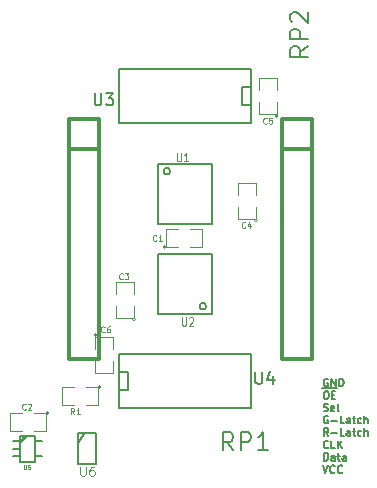
<source format=gto>
G04 (created by PCBNEW (2013-07-07 BZR 4022)-stable) date 04/05/2015 22:03:08*
%MOIN*%
G04 Gerber Fmt 3.4, Leading zero omitted, Abs format*
%FSLAX34Y34*%
G01*
G70*
G90*
G04 APERTURE LIST*
%ADD10C,0.00590551*%
%ADD11C,0.00625*%
%ADD12C,0.005*%
%ADD13C,0.008*%
%ADD14C,0.0039*%
%ADD15C,0.012*%
%ADD16C,0.0024*%
%ADD17C,0.0047*%
%ADD18C,0.003*%
%ADD19C,0.0043*%
G04 APERTURE END LIST*
G54D10*
G54D11*
X54770Y-54683D02*
X54746Y-54671D01*
X54710Y-54671D01*
X54675Y-54683D01*
X54651Y-54706D01*
X54639Y-54730D01*
X54627Y-54778D01*
X54627Y-54814D01*
X54639Y-54861D01*
X54651Y-54885D01*
X54675Y-54909D01*
X54710Y-54921D01*
X54734Y-54921D01*
X54770Y-54909D01*
X54782Y-54897D01*
X54782Y-54814D01*
X54734Y-54814D01*
X54889Y-54921D02*
X54889Y-54671D01*
X55032Y-54921D01*
X55032Y-54671D01*
X55151Y-54921D02*
X55151Y-54671D01*
X55210Y-54671D01*
X55246Y-54683D01*
X55270Y-54706D01*
X55282Y-54730D01*
X55294Y-54778D01*
X55294Y-54814D01*
X55282Y-54861D01*
X55270Y-54885D01*
X55246Y-54909D01*
X55210Y-54921D01*
X55151Y-54921D01*
X54687Y-55083D02*
X54734Y-55083D01*
X54758Y-55095D01*
X54782Y-55119D01*
X54794Y-55167D01*
X54794Y-55250D01*
X54782Y-55297D01*
X54758Y-55321D01*
X54734Y-55333D01*
X54687Y-55333D01*
X54663Y-55321D01*
X54639Y-55297D01*
X54627Y-55250D01*
X54627Y-55167D01*
X54639Y-55119D01*
X54663Y-55095D01*
X54687Y-55083D01*
X54901Y-55202D02*
X54984Y-55202D01*
X55020Y-55333D02*
X54901Y-55333D01*
X54901Y-55083D01*
X55020Y-55083D01*
X54580Y-54988D02*
X55068Y-54988D01*
X54627Y-55734D02*
X54663Y-55746D01*
X54722Y-55746D01*
X54746Y-55734D01*
X54758Y-55722D01*
X54770Y-55698D01*
X54770Y-55674D01*
X54758Y-55650D01*
X54746Y-55639D01*
X54722Y-55627D01*
X54675Y-55615D01*
X54651Y-55603D01*
X54639Y-55591D01*
X54627Y-55567D01*
X54627Y-55543D01*
X54639Y-55520D01*
X54651Y-55508D01*
X54675Y-55496D01*
X54734Y-55496D01*
X54770Y-55508D01*
X54972Y-55734D02*
X54949Y-55746D01*
X54901Y-55746D01*
X54877Y-55734D01*
X54865Y-55710D01*
X54865Y-55615D01*
X54877Y-55591D01*
X54901Y-55579D01*
X54949Y-55579D01*
X54972Y-55591D01*
X54984Y-55615D01*
X54984Y-55639D01*
X54865Y-55662D01*
X55127Y-55746D02*
X55103Y-55734D01*
X55091Y-55710D01*
X55091Y-55496D01*
X54770Y-55920D02*
X54746Y-55908D01*
X54710Y-55908D01*
X54675Y-55920D01*
X54651Y-55944D01*
X54639Y-55968D01*
X54627Y-56015D01*
X54627Y-56051D01*
X54639Y-56099D01*
X54651Y-56122D01*
X54675Y-56146D01*
X54710Y-56158D01*
X54734Y-56158D01*
X54770Y-56146D01*
X54782Y-56134D01*
X54782Y-56051D01*
X54734Y-56051D01*
X54889Y-56063D02*
X55080Y-56063D01*
X55318Y-56158D02*
X55199Y-56158D01*
X55199Y-55908D01*
X55508Y-56158D02*
X55508Y-56027D01*
X55496Y-56003D01*
X55472Y-55992D01*
X55425Y-55992D01*
X55401Y-56003D01*
X55508Y-56146D02*
X55484Y-56158D01*
X55425Y-56158D01*
X55401Y-56146D01*
X55389Y-56122D01*
X55389Y-56099D01*
X55401Y-56075D01*
X55425Y-56063D01*
X55484Y-56063D01*
X55508Y-56051D01*
X55591Y-55992D02*
X55687Y-55992D01*
X55627Y-55908D02*
X55627Y-56122D01*
X55639Y-56146D01*
X55663Y-56158D01*
X55687Y-56158D01*
X55877Y-56146D02*
X55853Y-56158D01*
X55806Y-56158D01*
X55782Y-56146D01*
X55770Y-56134D01*
X55758Y-56111D01*
X55758Y-56039D01*
X55770Y-56015D01*
X55782Y-56003D01*
X55806Y-55992D01*
X55853Y-55992D01*
X55877Y-56003D01*
X55984Y-56158D02*
X55984Y-55908D01*
X56091Y-56158D02*
X56091Y-56027D01*
X56080Y-56003D01*
X56056Y-55992D01*
X56020Y-55992D01*
X55996Y-56003D01*
X55984Y-56015D01*
X54782Y-56571D02*
X54699Y-56452D01*
X54639Y-56571D02*
X54639Y-56321D01*
X54734Y-56321D01*
X54758Y-56333D01*
X54770Y-56345D01*
X54782Y-56368D01*
X54782Y-56404D01*
X54770Y-56428D01*
X54758Y-56440D01*
X54734Y-56452D01*
X54639Y-56452D01*
X54889Y-56475D02*
X55080Y-56475D01*
X55318Y-56571D02*
X55199Y-56571D01*
X55199Y-56321D01*
X55508Y-56571D02*
X55508Y-56440D01*
X55496Y-56416D01*
X55472Y-56404D01*
X55425Y-56404D01*
X55401Y-56416D01*
X55508Y-56559D02*
X55484Y-56571D01*
X55425Y-56571D01*
X55401Y-56559D01*
X55389Y-56535D01*
X55389Y-56511D01*
X55401Y-56487D01*
X55425Y-56475D01*
X55484Y-56475D01*
X55508Y-56464D01*
X55591Y-56404D02*
X55687Y-56404D01*
X55627Y-56321D02*
X55627Y-56535D01*
X55639Y-56559D01*
X55663Y-56571D01*
X55687Y-56571D01*
X55877Y-56559D02*
X55853Y-56571D01*
X55806Y-56571D01*
X55782Y-56559D01*
X55770Y-56547D01*
X55758Y-56523D01*
X55758Y-56452D01*
X55770Y-56428D01*
X55782Y-56416D01*
X55806Y-56404D01*
X55853Y-56404D01*
X55877Y-56416D01*
X55984Y-56571D02*
X55984Y-56321D01*
X56091Y-56571D02*
X56091Y-56440D01*
X56080Y-56416D01*
X56056Y-56404D01*
X56020Y-56404D01*
X55996Y-56416D01*
X55984Y-56428D01*
X54782Y-56959D02*
X54770Y-56971D01*
X54734Y-56983D01*
X54710Y-56983D01*
X54675Y-56971D01*
X54651Y-56947D01*
X54639Y-56924D01*
X54627Y-56876D01*
X54627Y-56840D01*
X54639Y-56793D01*
X54651Y-56769D01*
X54675Y-56745D01*
X54710Y-56733D01*
X54734Y-56733D01*
X54770Y-56745D01*
X54782Y-56757D01*
X55008Y-56983D02*
X54889Y-56983D01*
X54889Y-56733D01*
X55091Y-56983D02*
X55091Y-56733D01*
X55234Y-56983D02*
X55127Y-56840D01*
X55234Y-56733D02*
X55091Y-56876D01*
X54639Y-57396D02*
X54639Y-57146D01*
X54699Y-57146D01*
X54734Y-57158D01*
X54758Y-57181D01*
X54770Y-57205D01*
X54782Y-57253D01*
X54782Y-57289D01*
X54770Y-57336D01*
X54758Y-57360D01*
X54734Y-57384D01*
X54699Y-57396D01*
X54639Y-57396D01*
X54996Y-57396D02*
X54996Y-57265D01*
X54984Y-57241D01*
X54960Y-57229D01*
X54913Y-57229D01*
X54889Y-57241D01*
X54996Y-57384D02*
X54972Y-57396D01*
X54913Y-57396D01*
X54889Y-57384D01*
X54877Y-57360D01*
X54877Y-57336D01*
X54889Y-57312D01*
X54913Y-57300D01*
X54972Y-57300D01*
X54996Y-57289D01*
X55080Y-57229D02*
X55175Y-57229D01*
X55115Y-57146D02*
X55115Y-57360D01*
X55127Y-57384D01*
X55151Y-57396D01*
X55175Y-57396D01*
X55365Y-57396D02*
X55365Y-57265D01*
X55353Y-57241D01*
X55330Y-57229D01*
X55282Y-57229D01*
X55258Y-57241D01*
X55365Y-57384D02*
X55341Y-57396D01*
X55282Y-57396D01*
X55258Y-57384D01*
X55246Y-57360D01*
X55246Y-57336D01*
X55258Y-57312D01*
X55282Y-57300D01*
X55341Y-57300D01*
X55365Y-57289D01*
X54603Y-57558D02*
X54687Y-57808D01*
X54770Y-57558D01*
X54996Y-57784D02*
X54984Y-57796D01*
X54949Y-57808D01*
X54925Y-57808D01*
X54889Y-57796D01*
X54865Y-57772D01*
X54853Y-57749D01*
X54841Y-57701D01*
X54841Y-57665D01*
X54853Y-57618D01*
X54865Y-57594D01*
X54889Y-57570D01*
X54925Y-57558D01*
X54949Y-57558D01*
X54984Y-57570D01*
X54996Y-57582D01*
X55246Y-57784D02*
X55234Y-57796D01*
X55199Y-57808D01*
X55175Y-57808D01*
X55139Y-57796D01*
X55115Y-57772D01*
X55103Y-57749D01*
X55091Y-57701D01*
X55091Y-57665D01*
X55103Y-57618D01*
X55115Y-57594D01*
X55139Y-57570D01*
X55175Y-57558D01*
X55199Y-57558D01*
X55234Y-57570D01*
X55246Y-57582D01*
G54D12*
X44495Y-56825D02*
X44755Y-56565D01*
X44495Y-56765D02*
X44690Y-56565D01*
X45005Y-57255D02*
X45225Y-57255D01*
X45005Y-56745D02*
X45225Y-56745D01*
X44495Y-57000D02*
X44275Y-57000D01*
X44495Y-57255D02*
X44275Y-57255D01*
X44495Y-56745D02*
X44275Y-56745D01*
X45005Y-56565D02*
X45005Y-57435D01*
X45005Y-57435D02*
X44495Y-57435D01*
X44495Y-57435D02*
X44495Y-56565D01*
X44495Y-56565D02*
X45005Y-56565D01*
X49511Y-47750D02*
G75*
G03X49511Y-47750I-111J0D01*
G74*
G01*
X50900Y-49500D02*
X50900Y-47500D01*
X50900Y-47500D02*
X49100Y-47500D01*
X49100Y-47500D02*
X49100Y-49500D01*
X49100Y-49500D02*
X50900Y-49500D01*
X50711Y-52250D02*
G75*
G03X50711Y-52250I-111J0D01*
G74*
G01*
X49100Y-50500D02*
X49100Y-52500D01*
X49100Y-52500D02*
X50900Y-52500D01*
X50900Y-52500D02*
X50900Y-50500D01*
X50900Y-50500D02*
X49100Y-50500D01*
X46450Y-56800D02*
X46650Y-56500D01*
X46450Y-57500D02*
X46450Y-56475D01*
X46450Y-56475D02*
X47050Y-56475D01*
X47050Y-56475D02*
X47050Y-57500D01*
X47050Y-57500D02*
X46450Y-57500D01*
G54D13*
X52200Y-45550D02*
X51900Y-45550D01*
X51900Y-45550D02*
X51900Y-44950D01*
X51900Y-44950D02*
X52200Y-44950D01*
X47800Y-46150D02*
X47800Y-44350D01*
X47800Y-44350D02*
X52200Y-44350D01*
X52200Y-44350D02*
X52200Y-46150D01*
X52200Y-46150D02*
X47800Y-46150D01*
X47800Y-54450D02*
X48100Y-54450D01*
X48100Y-54450D02*
X48100Y-55050D01*
X48100Y-55050D02*
X47800Y-55050D01*
X52200Y-53850D02*
X52200Y-55650D01*
X52200Y-55650D02*
X47800Y-55650D01*
X47800Y-55650D02*
X47800Y-53850D01*
X47800Y-53850D02*
X52200Y-53850D01*
G54D14*
X47200Y-54950D02*
G75*
G03X47200Y-54950I-50J0D01*
G74*
G01*
X46700Y-54950D02*
X47100Y-54950D01*
X47100Y-54950D02*
X47100Y-55550D01*
X47100Y-55550D02*
X46700Y-55550D01*
X46300Y-55550D02*
X45900Y-55550D01*
X45900Y-55550D02*
X45900Y-54950D01*
X45900Y-54950D02*
X46300Y-54950D01*
X49370Y-50279D02*
G75*
G03X49370Y-50279I-50J0D01*
G74*
G01*
X49770Y-50279D02*
X49370Y-50279D01*
X49370Y-50279D02*
X49370Y-49679D01*
X49370Y-49679D02*
X49770Y-49679D01*
X50170Y-49679D02*
X50570Y-49679D01*
X50570Y-49679D02*
X50570Y-50279D01*
X50570Y-50279D02*
X50170Y-50279D01*
X45460Y-55810D02*
G75*
G03X45460Y-55810I-50J0D01*
G74*
G01*
X44960Y-55810D02*
X45360Y-55810D01*
X45360Y-55810D02*
X45360Y-56410D01*
X45360Y-56410D02*
X44960Y-56410D01*
X44560Y-56410D02*
X44160Y-56410D01*
X44160Y-56410D02*
X44160Y-55810D01*
X44160Y-55810D02*
X44560Y-55810D01*
X48350Y-52700D02*
G75*
G03X48350Y-52700I-50J0D01*
G74*
G01*
X48300Y-52250D02*
X48300Y-52650D01*
X48300Y-52650D02*
X47700Y-52650D01*
X47700Y-52650D02*
X47700Y-52250D01*
X47700Y-51850D02*
X47700Y-51450D01*
X47700Y-51450D02*
X48300Y-51450D01*
X48300Y-51450D02*
X48300Y-51850D01*
X52420Y-49400D02*
G75*
G03X52420Y-49400I-50J0D01*
G74*
G01*
X52370Y-48950D02*
X52370Y-49350D01*
X52370Y-49350D02*
X51770Y-49350D01*
X51770Y-49350D02*
X51770Y-48950D01*
X51770Y-48550D02*
X51770Y-48150D01*
X51770Y-48150D02*
X52370Y-48150D01*
X52370Y-48150D02*
X52370Y-48550D01*
X53109Y-45909D02*
G75*
G03X53109Y-45909I-50J0D01*
G74*
G01*
X53059Y-45459D02*
X53059Y-45859D01*
X53059Y-45859D02*
X52459Y-45859D01*
X52459Y-45859D02*
X52459Y-45459D01*
X52459Y-45059D02*
X52459Y-44659D01*
X52459Y-44659D02*
X53059Y-44659D01*
X53059Y-44659D02*
X53059Y-45059D01*
X47070Y-53220D02*
G75*
G03X47070Y-53220I-50J0D01*
G74*
G01*
X47020Y-53670D02*
X47020Y-53270D01*
X47020Y-53270D02*
X47620Y-53270D01*
X47620Y-53270D02*
X47620Y-53670D01*
X47620Y-54070D02*
X47620Y-54470D01*
X47620Y-54470D02*
X47020Y-54470D01*
X47020Y-54470D02*
X47020Y-54070D01*
G54D15*
X47150Y-46000D02*
X47150Y-54000D01*
X47150Y-54000D02*
X46150Y-54000D01*
X46150Y-54000D02*
X46150Y-46000D01*
X46150Y-46000D02*
X47150Y-46000D01*
X46150Y-47000D02*
X47150Y-47000D01*
X54250Y-46000D02*
X54250Y-54000D01*
X54250Y-54000D02*
X53250Y-54000D01*
X53250Y-54000D02*
X53250Y-46000D01*
X53250Y-46000D02*
X54250Y-46000D01*
X53250Y-47000D02*
X54250Y-47000D01*
G54D16*
X44650Y-57559D02*
X44650Y-57655D01*
X44655Y-57666D01*
X44661Y-57672D01*
X44672Y-57677D01*
X44695Y-57677D01*
X44706Y-57672D01*
X44711Y-57666D01*
X44717Y-57655D01*
X44717Y-57559D01*
X44829Y-57559D02*
X44773Y-57559D01*
X44768Y-57615D01*
X44773Y-57610D01*
X44784Y-57604D01*
X44813Y-57604D01*
X44824Y-57610D01*
X44829Y-57615D01*
X44835Y-57627D01*
X44835Y-57655D01*
X44829Y-57666D01*
X44824Y-57672D01*
X44813Y-57677D01*
X44784Y-57677D01*
X44773Y-57672D01*
X44768Y-57666D01*
G54D17*
X49740Y-47145D02*
X49740Y-47369D01*
X49751Y-47395D01*
X49762Y-47408D01*
X49785Y-47421D01*
X49830Y-47421D01*
X49852Y-47408D01*
X49863Y-47395D01*
X49875Y-47369D01*
X49875Y-47145D01*
X50111Y-47421D02*
X49976Y-47421D01*
X50043Y-47421D02*
X50043Y-47145D01*
X50021Y-47185D01*
X49998Y-47211D01*
X49976Y-47224D01*
X49910Y-52625D02*
X49910Y-52849D01*
X49921Y-52875D01*
X49932Y-52888D01*
X49955Y-52901D01*
X50000Y-52901D01*
X50022Y-52888D01*
X50033Y-52875D01*
X50045Y-52849D01*
X50045Y-52625D01*
X50146Y-52652D02*
X50157Y-52638D01*
X50179Y-52625D01*
X50236Y-52625D01*
X50258Y-52638D01*
X50269Y-52652D01*
X50281Y-52678D01*
X50281Y-52704D01*
X50269Y-52744D01*
X50134Y-52901D01*
X50281Y-52901D01*
G54D18*
X46521Y-57608D02*
X46521Y-57851D01*
X46535Y-57879D01*
X46550Y-57894D01*
X46578Y-57908D01*
X46635Y-57908D01*
X46664Y-57894D01*
X46678Y-57879D01*
X46692Y-57851D01*
X46692Y-57608D01*
X46964Y-57608D02*
X46907Y-57608D01*
X46878Y-57622D01*
X46864Y-57637D01*
X46835Y-57679D01*
X46821Y-57737D01*
X46821Y-57851D01*
X46835Y-57879D01*
X46850Y-57894D01*
X46878Y-57908D01*
X46935Y-57908D01*
X46964Y-57894D01*
X46978Y-57879D01*
X46992Y-57851D01*
X46992Y-57779D01*
X46978Y-57751D01*
X46964Y-57737D01*
X46935Y-57722D01*
X46878Y-57722D01*
X46850Y-57737D01*
X46835Y-57751D01*
X46821Y-57779D01*
G54D13*
X46995Y-45161D02*
X46995Y-45485D01*
X47014Y-45523D01*
X47033Y-45542D01*
X47071Y-45561D01*
X47147Y-45561D01*
X47185Y-45542D01*
X47204Y-45523D01*
X47223Y-45485D01*
X47223Y-45161D01*
X47376Y-45161D02*
X47623Y-45161D01*
X47490Y-45314D01*
X47547Y-45314D01*
X47585Y-45333D01*
X47604Y-45352D01*
X47623Y-45390D01*
X47623Y-45485D01*
X47604Y-45523D01*
X47585Y-45542D01*
X47547Y-45561D01*
X47433Y-45561D01*
X47395Y-45542D01*
X47376Y-45523D01*
X52355Y-54441D02*
X52355Y-54765D01*
X52374Y-54803D01*
X52393Y-54822D01*
X52431Y-54841D01*
X52507Y-54841D01*
X52545Y-54822D01*
X52564Y-54803D01*
X52583Y-54765D01*
X52583Y-54441D01*
X52945Y-54575D02*
X52945Y-54841D01*
X52850Y-54422D02*
X52755Y-54708D01*
X53002Y-54708D01*
G54D19*
X46317Y-55849D02*
X46251Y-55755D01*
X46204Y-55849D02*
X46204Y-55652D01*
X46279Y-55652D01*
X46298Y-55662D01*
X46307Y-55671D01*
X46317Y-55690D01*
X46317Y-55718D01*
X46307Y-55737D01*
X46298Y-55746D01*
X46279Y-55755D01*
X46204Y-55755D01*
X46504Y-55849D02*
X46392Y-55849D01*
X46448Y-55849D02*
X46448Y-55652D01*
X46429Y-55680D01*
X46410Y-55699D01*
X46392Y-55709D01*
X49057Y-50060D02*
X49047Y-50070D01*
X49019Y-50079D01*
X49000Y-50079D01*
X48972Y-50070D01*
X48953Y-50051D01*
X48944Y-50032D01*
X48935Y-49995D01*
X48935Y-49967D01*
X48944Y-49929D01*
X48953Y-49910D01*
X48972Y-49892D01*
X49000Y-49882D01*
X49019Y-49882D01*
X49047Y-49892D01*
X49057Y-49901D01*
X49244Y-50079D02*
X49132Y-50079D01*
X49188Y-50079D02*
X49188Y-49882D01*
X49169Y-49910D01*
X49150Y-49929D01*
X49132Y-49939D01*
X44697Y-55680D02*
X44687Y-55690D01*
X44659Y-55699D01*
X44640Y-55699D01*
X44612Y-55690D01*
X44593Y-55671D01*
X44584Y-55652D01*
X44575Y-55615D01*
X44575Y-55587D01*
X44584Y-55549D01*
X44593Y-55530D01*
X44612Y-55512D01*
X44640Y-55502D01*
X44659Y-55502D01*
X44687Y-55512D01*
X44697Y-55521D01*
X44772Y-55521D02*
X44781Y-55512D01*
X44800Y-55502D01*
X44847Y-55502D01*
X44866Y-55512D01*
X44875Y-55521D01*
X44884Y-55540D01*
X44884Y-55559D01*
X44875Y-55587D01*
X44762Y-55699D01*
X44884Y-55699D01*
X47937Y-51330D02*
X47927Y-51340D01*
X47899Y-51349D01*
X47880Y-51349D01*
X47852Y-51340D01*
X47833Y-51321D01*
X47824Y-51302D01*
X47815Y-51265D01*
X47815Y-51237D01*
X47824Y-51199D01*
X47833Y-51180D01*
X47852Y-51162D01*
X47880Y-51152D01*
X47899Y-51152D01*
X47927Y-51162D01*
X47937Y-51171D01*
X48002Y-51152D02*
X48124Y-51152D01*
X48059Y-51227D01*
X48087Y-51227D01*
X48106Y-51237D01*
X48115Y-51246D01*
X48124Y-51265D01*
X48124Y-51312D01*
X48115Y-51330D01*
X48106Y-51340D01*
X48087Y-51349D01*
X48030Y-51349D01*
X48012Y-51340D01*
X48002Y-51330D01*
X52017Y-49620D02*
X52007Y-49630D01*
X51979Y-49639D01*
X51960Y-49639D01*
X51932Y-49630D01*
X51913Y-49611D01*
X51904Y-49592D01*
X51895Y-49555D01*
X51895Y-49527D01*
X51904Y-49489D01*
X51913Y-49470D01*
X51932Y-49452D01*
X51960Y-49442D01*
X51979Y-49442D01*
X52007Y-49452D01*
X52017Y-49461D01*
X52186Y-49508D02*
X52186Y-49639D01*
X52139Y-49433D02*
X52092Y-49574D01*
X52214Y-49574D01*
X52737Y-46150D02*
X52727Y-46160D01*
X52699Y-46169D01*
X52680Y-46169D01*
X52652Y-46160D01*
X52633Y-46141D01*
X52624Y-46122D01*
X52615Y-46085D01*
X52615Y-46057D01*
X52624Y-46019D01*
X52633Y-46000D01*
X52652Y-45982D01*
X52680Y-45972D01*
X52699Y-45972D01*
X52727Y-45982D01*
X52737Y-45991D01*
X52915Y-45972D02*
X52821Y-45972D01*
X52812Y-46066D01*
X52821Y-46057D01*
X52840Y-46047D01*
X52887Y-46047D01*
X52906Y-46057D01*
X52915Y-46066D01*
X52924Y-46085D01*
X52924Y-46132D01*
X52915Y-46150D01*
X52906Y-46160D01*
X52887Y-46169D01*
X52840Y-46169D01*
X52821Y-46160D01*
X52812Y-46150D01*
X47327Y-53100D02*
X47317Y-53110D01*
X47289Y-53119D01*
X47270Y-53119D01*
X47242Y-53110D01*
X47223Y-53091D01*
X47214Y-53072D01*
X47205Y-53035D01*
X47205Y-53007D01*
X47214Y-52969D01*
X47223Y-52950D01*
X47242Y-52932D01*
X47270Y-52922D01*
X47289Y-52922D01*
X47317Y-52932D01*
X47327Y-52941D01*
X47496Y-52922D02*
X47458Y-52922D01*
X47439Y-52932D01*
X47430Y-52941D01*
X47411Y-52969D01*
X47402Y-53007D01*
X47402Y-53082D01*
X47411Y-53100D01*
X47420Y-53110D01*
X47439Y-53119D01*
X47477Y-53119D01*
X47496Y-53110D01*
X47505Y-53100D01*
X47514Y-53082D01*
X47514Y-53035D01*
X47505Y-53016D01*
X47496Y-53007D01*
X47477Y-52997D01*
X47439Y-52997D01*
X47420Y-53007D01*
X47411Y-53016D01*
X47402Y-53035D01*
G54D10*
X51616Y-57049D02*
X51419Y-56767D01*
X51278Y-57049D02*
X51278Y-56458D01*
X51503Y-56458D01*
X51560Y-56486D01*
X51588Y-56514D01*
X51616Y-56570D01*
X51616Y-56655D01*
X51588Y-56711D01*
X51560Y-56739D01*
X51503Y-56767D01*
X51278Y-56767D01*
X51869Y-57049D02*
X51869Y-56458D01*
X52094Y-56458D01*
X52150Y-56486D01*
X52178Y-56514D01*
X52206Y-56570D01*
X52206Y-56655D01*
X52178Y-56711D01*
X52150Y-56739D01*
X52094Y-56767D01*
X51869Y-56767D01*
X52769Y-57049D02*
X52431Y-57049D01*
X52600Y-57049D02*
X52600Y-56458D01*
X52544Y-56542D01*
X52488Y-56599D01*
X52431Y-56627D01*
X54109Y-43593D02*
X53827Y-43790D01*
X54109Y-43931D02*
X53518Y-43931D01*
X53518Y-43706D01*
X53546Y-43649D01*
X53574Y-43621D01*
X53630Y-43593D01*
X53715Y-43593D01*
X53771Y-43621D01*
X53799Y-43649D01*
X53827Y-43706D01*
X53827Y-43931D01*
X54109Y-43340D02*
X53518Y-43340D01*
X53518Y-43115D01*
X53546Y-43059D01*
X53574Y-43031D01*
X53630Y-43003D01*
X53715Y-43003D01*
X53771Y-43031D01*
X53799Y-43059D01*
X53827Y-43115D01*
X53827Y-43340D01*
X53574Y-42778D02*
X53546Y-42750D01*
X53518Y-42693D01*
X53518Y-42553D01*
X53546Y-42496D01*
X53574Y-42468D01*
X53630Y-42440D01*
X53687Y-42440D01*
X53771Y-42468D01*
X54109Y-42806D01*
X54109Y-42440D01*
M02*

</source>
